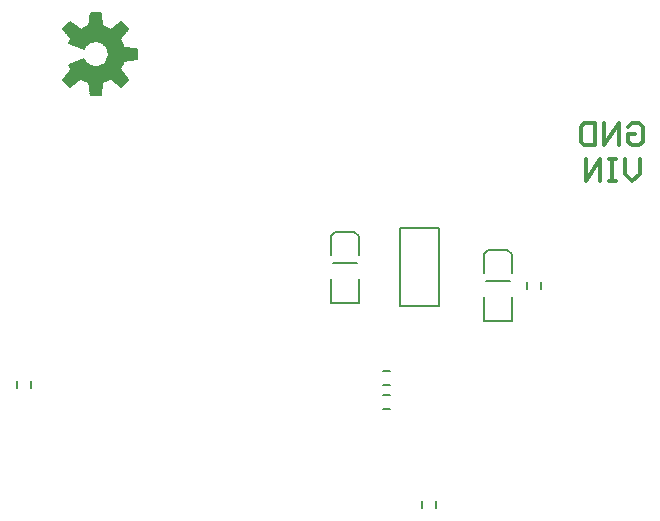
<source format=gbo>
G75*
G70*
%OFA0B0*%
%FSLAX24Y24*%
%IPPOS*%
%LPD*%
%AMOC8*
5,1,8,0,0,1.08239X$1,22.5*
%
%ADD10C,0.0130*%
%ADD11C,0.0060*%
%ADD12C,0.0080*%
%ADD13C,0.0050*%
%ADD14C,0.0059*%
D10*
X027661Y021065D02*
X027661Y021796D01*
X027619Y022265D02*
X027497Y022387D01*
X027497Y022874D01*
X027619Y022996D01*
X027985Y022996D01*
X027985Y022265D01*
X027619Y022265D01*
X028289Y022265D02*
X028289Y022996D01*
X028776Y022996D02*
X028289Y022265D01*
X028776Y022265D02*
X028776Y022996D01*
X029081Y022874D02*
X029203Y022996D01*
X029447Y022996D01*
X029568Y022874D01*
X029568Y022387D01*
X029447Y022265D01*
X029203Y022265D01*
X029081Y022387D01*
X029081Y022630D01*
X029325Y022630D01*
X029468Y021796D02*
X029468Y021309D01*
X029225Y021065D01*
X028981Y021309D01*
X028981Y021796D01*
X028676Y021796D02*
X028433Y021796D01*
X028555Y021796D02*
X028555Y021065D01*
X028676Y021065D02*
X028433Y021065D01*
X028149Y021065D02*
X028149Y021796D01*
X027661Y021065D01*
D11*
X008697Y014418D02*
X008697Y014182D01*
X009170Y014182D02*
X009170Y014418D01*
X020915Y014264D02*
X021151Y014264D01*
X021151Y013936D02*
X020915Y013936D01*
X020915Y013464D02*
X021151Y013464D01*
X021151Y014736D02*
X020915Y014736D01*
X025697Y017482D02*
X025697Y017718D01*
X026170Y017718D02*
X026170Y017482D01*
X022670Y010418D02*
X022670Y010182D01*
X022197Y010182D02*
X022197Y010418D01*
D12*
X024261Y016419D02*
X025206Y016419D01*
X025206Y017206D01*
X025206Y017994D02*
X025206Y018624D01*
X025048Y018781D01*
X024418Y018781D01*
X024261Y018624D01*
X024261Y017994D01*
X024261Y017206D02*
X024261Y016419D01*
X022783Y016910D02*
X022783Y019490D01*
X021483Y019490D01*
X021483Y016910D01*
X022783Y016910D01*
X020106Y017019D02*
X020106Y017806D01*
X019161Y017806D02*
X019161Y017019D01*
X020106Y017019D01*
X020106Y018594D02*
X020106Y019224D01*
X019948Y019381D01*
X019318Y019381D01*
X019161Y019224D01*
X019161Y018594D01*
D13*
X019233Y018350D02*
X020033Y018350D01*
X024333Y017750D02*
X025133Y017750D01*
D14*
X012419Y024452D02*
X012182Y024214D01*
X011835Y024497D01*
X011744Y024446D01*
X011647Y024406D01*
X011546Y024377D01*
X011501Y023932D01*
X011165Y023932D01*
X011120Y024377D01*
X011020Y024406D01*
X010923Y024446D01*
X010831Y024497D01*
X010485Y024214D01*
X010248Y024452D01*
X010530Y024798D01*
X010491Y024866D01*
X010458Y024937D01*
X010935Y025135D01*
X010969Y025071D01*
X011012Y025013D01*
X011065Y024963D01*
X011125Y024923D01*
X011191Y024894D01*
X011261Y024875D01*
X011333Y024869D01*
X011414Y024877D01*
X011491Y024899D01*
X011563Y024936D01*
X011627Y024985D01*
X011681Y025046D01*
X011722Y025115D01*
X011750Y025191D01*
X011763Y025271D01*
X011761Y025351D01*
X011744Y025430D01*
X011712Y025505D01*
X011667Y025572D01*
X011611Y025629D01*
X011544Y025675D01*
X011471Y025708D01*
X011392Y025727D01*
X011311Y025730D01*
X011231Y025718D01*
X011155Y025692D01*
X011085Y025652D01*
X011024Y025599D01*
X010973Y025536D01*
X010935Y025465D01*
X010458Y025663D01*
X010491Y025734D01*
X010530Y025802D01*
X010248Y026148D01*
X010485Y026386D01*
X010831Y026103D01*
X010923Y026154D01*
X011020Y026194D01*
X011120Y026223D01*
X011165Y026668D01*
X011501Y026668D01*
X011546Y026223D01*
X011647Y026194D01*
X011744Y026154D01*
X011835Y026103D01*
X012182Y026386D01*
X012419Y026148D01*
X012137Y025802D01*
X012187Y025710D01*
X012227Y025614D01*
X012256Y025513D01*
X012701Y025468D01*
X012701Y025132D01*
X012256Y025087D01*
X012227Y024986D01*
X012187Y024890D01*
X012137Y024798D01*
X012419Y024452D01*
X012408Y024466D02*
X011873Y024466D01*
X011944Y024408D02*
X012376Y024408D01*
X012318Y024351D02*
X012014Y024351D01*
X012085Y024293D02*
X012261Y024293D01*
X012203Y024236D02*
X012155Y024236D01*
X012361Y024523D02*
X010306Y024523D01*
X010259Y024466D02*
X010794Y024466D01*
X010723Y024408D02*
X010291Y024408D01*
X010348Y024351D02*
X010653Y024351D01*
X010582Y024293D02*
X010406Y024293D01*
X010463Y024236D02*
X010511Y024236D01*
X010353Y024581D02*
X012314Y024581D01*
X012267Y024639D02*
X010400Y024639D01*
X010447Y024696D02*
X012220Y024696D01*
X012173Y024754D02*
X010494Y024754D01*
X010522Y024811D02*
X012144Y024811D01*
X012176Y024869D02*
X010490Y024869D01*
X010463Y024926D02*
X011120Y024926D01*
X011043Y024984D02*
X010570Y024984D01*
X010709Y025041D02*
X010991Y025041D01*
X010954Y025099D02*
X010848Y025099D01*
X010846Y025502D02*
X010955Y025502D01*
X010992Y025559D02*
X010707Y025559D01*
X010568Y025617D02*
X011044Y025617D01*
X011125Y025675D02*
X010464Y025675D01*
X010490Y025732D02*
X012175Y025732D01*
X012202Y025675D02*
X011545Y025675D01*
X011623Y025617D02*
X012226Y025617D01*
X012243Y025559D02*
X011676Y025559D01*
X011713Y025502D02*
X012366Y025502D01*
X012701Y025444D02*
X011738Y025444D01*
X011753Y025387D02*
X012701Y025387D01*
X012701Y025329D02*
X011761Y025329D01*
X011763Y025272D02*
X012701Y025272D01*
X012701Y025214D02*
X011754Y025214D01*
X011737Y025157D02*
X012701Y025157D01*
X012376Y025099D02*
X011713Y025099D01*
X011677Y025041D02*
X012243Y025041D01*
X012226Y024984D02*
X011626Y024984D01*
X011544Y024926D02*
X012202Y024926D01*
X011780Y024466D02*
X010887Y024466D01*
X011014Y024408D02*
X011653Y024408D01*
X011544Y024351D02*
X011123Y024351D01*
X011129Y024293D02*
X011538Y024293D01*
X011532Y024236D02*
X011135Y024236D01*
X011140Y024178D02*
X011526Y024178D01*
X011520Y024121D02*
X011146Y024121D01*
X011152Y024063D02*
X011515Y024063D01*
X011509Y024005D02*
X011158Y024005D01*
X011164Y023948D02*
X011503Y023948D01*
X012144Y025790D02*
X010523Y025790D01*
X010493Y025847D02*
X012174Y025847D01*
X012221Y025905D02*
X010446Y025905D01*
X010399Y025962D02*
X012268Y025962D01*
X012314Y026020D02*
X010352Y026020D01*
X010305Y026077D02*
X012361Y026077D01*
X012408Y026135D02*
X011874Y026135D01*
X011945Y026193D02*
X012375Y026193D01*
X012317Y026250D02*
X012015Y026250D01*
X012086Y026308D02*
X012260Y026308D01*
X012202Y026365D02*
X012156Y026365D01*
X011778Y026135D02*
X010889Y026135D01*
X010793Y026135D02*
X010258Y026135D01*
X010292Y026193D02*
X010722Y026193D01*
X010651Y026250D02*
X010349Y026250D01*
X010407Y026308D02*
X010581Y026308D01*
X010510Y026365D02*
X010464Y026365D01*
X011016Y026193D02*
X011650Y026193D01*
X011544Y026250D02*
X011123Y026250D01*
X011129Y026308D02*
X011538Y026308D01*
X011532Y026365D02*
X011135Y026365D01*
X011141Y026423D02*
X011526Y026423D01*
X011520Y026480D02*
X011146Y026480D01*
X011152Y026538D02*
X011514Y026538D01*
X011509Y026595D02*
X011158Y026595D01*
X011164Y026653D02*
X011503Y026653D01*
M02*

</source>
